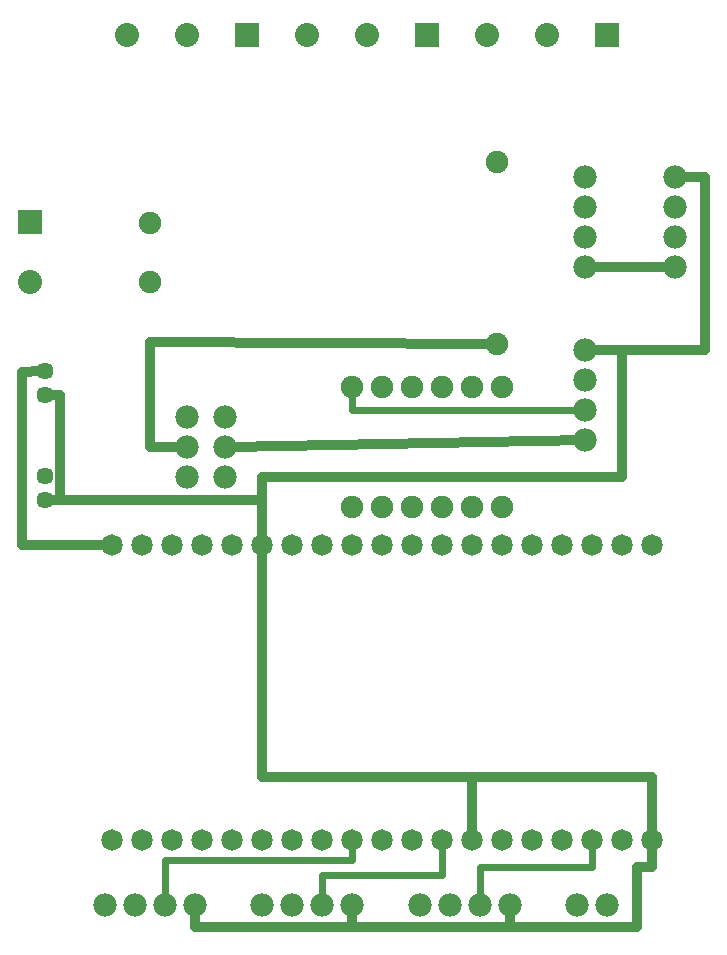
<source format=gbl>
G04 MADE WITH FRITZING*
G04 WWW.FRITZING.ORG*
G04 DOUBLE SIDED*
G04 HOLES PLATED*
G04 CONTOUR ON CENTER OF CONTOUR VECTOR*
%ASAXBY*%
%FSLAX23Y23*%
%MOIN*%
%OFA0B0*%
%SFA1.0B1.0*%
%ADD10C,0.071828*%
%ADD11C,0.075000*%
%ADD12C,0.057000*%
%ADD13C,0.080000*%
%ADD14C,0.078000*%
%ADD15R,0.080000X0.080000*%
%ADD16R,0.079986X0.080000*%
%ADD17C,0.032000*%
%ADD18C,0.024000*%
%LNCOPPER0*%
G90*
G70*
G54D10*
X2146Y1340D03*
X2046Y1340D03*
X1947Y1340D03*
X1846Y1340D03*
X1747Y1340D03*
X1647Y1340D03*
X1546Y1340D03*
X1447Y1340D03*
X1346Y1340D03*
X1247Y1340D03*
X1147Y1340D03*
X1046Y1340D03*
X947Y1340D03*
X847Y1340D03*
X747Y1340D03*
X647Y1340D03*
X548Y1340D03*
X447Y1340D03*
X347Y1340D03*
X347Y354D03*
X447Y354D03*
X548Y354D03*
X647Y354D03*
X747Y354D03*
X847Y354D03*
X947Y354D03*
X1046Y354D03*
X1147Y354D03*
X1247Y354D03*
X1346Y354D03*
X1447Y354D03*
X1546Y354D03*
X1647Y354D03*
X1747Y354D03*
X1846Y354D03*
X1947Y354D03*
X2046Y354D03*
X2146Y354D03*
G54D11*
X473Y2215D03*
X473Y2412D03*
X1630Y2616D03*
X1630Y2010D03*
G54D12*
X123Y1918D03*
X123Y1840D03*
X123Y1568D03*
X123Y1490D03*
G54D11*
X1148Y1865D03*
X1148Y1465D03*
X1248Y1865D03*
X1248Y1465D03*
X1348Y1865D03*
X1348Y1465D03*
X1448Y1865D03*
X1448Y1465D03*
X1648Y1865D03*
X1648Y1465D03*
X1548Y1865D03*
X1548Y1465D03*
G54D13*
X598Y3040D03*
X398Y3040D03*
X798Y3040D03*
X1198Y3040D03*
X998Y3040D03*
X1398Y3040D03*
X73Y2415D03*
X73Y2215D03*
X1798Y3040D03*
X1598Y3040D03*
X1998Y3040D03*
G54D14*
X1923Y1990D03*
X1923Y1890D03*
X1923Y1790D03*
X1923Y1690D03*
X1148Y139D03*
X1048Y139D03*
X948Y139D03*
X848Y139D03*
X623Y139D03*
X523Y139D03*
X423Y139D03*
X323Y139D03*
X1673Y139D03*
X1573Y139D03*
X1473Y139D03*
X1373Y139D03*
X1998Y139D03*
X1898Y139D03*
X1923Y2565D03*
X1923Y2465D03*
X1923Y2365D03*
X1923Y2265D03*
X2223Y2565D03*
X2223Y2465D03*
X2223Y2365D03*
X2223Y2265D03*
X723Y1765D03*
X723Y1665D03*
X723Y1565D03*
X598Y1765D03*
X598Y1665D03*
X598Y1565D03*
G54D15*
X798Y3040D03*
X1398Y3040D03*
G54D16*
X73Y2415D03*
G54D15*
X1998Y3040D03*
G54D17*
X472Y1665D02*
X579Y1665D01*
D02*
X472Y2014D02*
X472Y1665D01*
D02*
X1612Y2010D02*
X472Y2014D01*
D02*
X1923Y1690D02*
X742Y1665D01*
D02*
X174Y1490D02*
X136Y1490D01*
D02*
X174Y1838D02*
X174Y1490D01*
D02*
X136Y1839D02*
X174Y1838D01*
D02*
X847Y1490D02*
X847Y1359D01*
D02*
X136Y1490D02*
X847Y1490D01*
D02*
X2047Y1990D02*
X1942Y1990D01*
D02*
X847Y1565D02*
X2047Y1565D01*
D02*
X2047Y1565D02*
X2047Y1990D01*
D02*
X847Y1359D02*
X847Y1565D01*
D02*
X2323Y1990D02*
X2323Y2565D01*
D02*
X2323Y2565D02*
X2242Y2565D01*
D02*
X1942Y1990D02*
X2323Y1990D01*
G54D18*
D02*
X1147Y1790D02*
X1904Y1790D01*
D02*
X1148Y1847D02*
X1147Y1790D01*
G54D17*
D02*
X1148Y64D02*
X1148Y120D01*
D02*
X623Y64D02*
X1148Y64D01*
D02*
X623Y120D02*
X623Y64D01*
D02*
X1672Y64D02*
X2097Y64D01*
D02*
X2097Y64D02*
X2097Y264D01*
D02*
X2097Y264D02*
X2148Y264D01*
D02*
X2148Y264D02*
X2147Y335D01*
D02*
X1673Y120D02*
X1672Y64D01*
D02*
X1672Y64D02*
X1673Y120D01*
D02*
X1148Y64D02*
X1672Y64D01*
D02*
X1148Y120D02*
X1148Y64D01*
G54D18*
D02*
X1573Y264D02*
X1573Y158D01*
D02*
X1948Y264D02*
X1573Y264D01*
D02*
X1947Y335D02*
X1948Y264D01*
D02*
X1048Y239D02*
X1048Y158D01*
D02*
X1448Y239D02*
X1048Y239D01*
D02*
X1447Y335D02*
X1448Y239D01*
D02*
X523Y290D02*
X523Y158D01*
D02*
X1148Y290D02*
X523Y290D01*
D02*
X1147Y335D02*
X1148Y290D01*
G54D17*
D02*
X2148Y565D02*
X2146Y373D01*
D02*
X1548Y565D02*
X2148Y565D01*
D02*
X1546Y373D02*
X1548Y565D01*
D02*
X848Y565D02*
X847Y1320D01*
D02*
X1548Y565D02*
X848Y565D01*
D02*
X47Y1338D02*
X47Y1914D01*
D02*
X47Y1914D02*
X109Y1918D01*
D02*
X328Y1340D02*
X47Y1338D01*
D02*
X2224Y2264D02*
X2237Y2252D01*
D02*
X1942Y2265D02*
X2224Y2264D01*
G04 End of Copper0*
M02*
</source>
